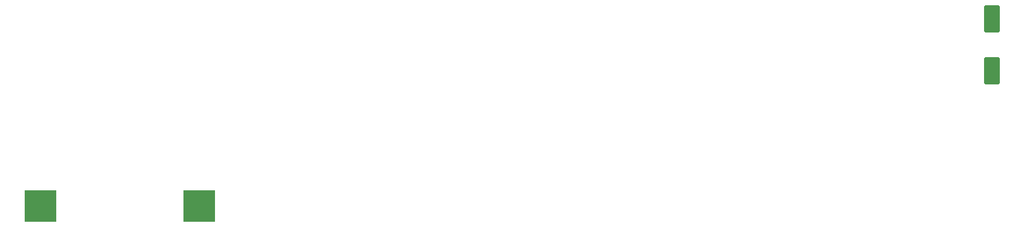
<source format=gbp>
%TF.GenerationSoftware,KiCad,Pcbnew,(6.0.0)*%
%TF.CreationDate,2022-08-27T11:05:42-04:00*%
%TF.ProjectId,VFD GPS Clock,56464420-4750-4532-9043-6c6f636b2e6b,rev?*%
%TF.SameCoordinates,Original*%
%TF.FileFunction,Paste,Bot*%
%TF.FilePolarity,Positive*%
%FSLAX46Y46*%
G04 Gerber Fmt 4.6, Leading zero omitted, Abs format (unit mm)*
G04 Created by KiCad (PCBNEW (6.0.0)) date 2022-08-27 11:05:42*
%MOMM*%
%LPD*%
G01*
G04 APERTURE LIST*
G04 Aperture macros list*
%AMRoundRect*
0 Rectangle with rounded corners*
0 $1 Rounding radius*
0 $2 $3 $4 $5 $6 $7 $8 $9 X,Y pos of 4 corners*
0 Add a 4 corners polygon primitive as box body*
4,1,4,$2,$3,$4,$5,$6,$7,$8,$9,$2,$3,0*
0 Add four circle primitives for the rounded corners*
1,1,$1+$1,$2,$3*
1,1,$1+$1,$4,$5*
1,1,$1+$1,$6,$7*
1,1,$1+$1,$8,$9*
0 Add four rect primitives between the rounded corners*
20,1,$1+$1,$2,$3,$4,$5,0*
20,1,$1+$1,$4,$5,$6,$7,0*
20,1,$1+$1,$6,$7,$8,$9,0*
20,1,$1+$1,$8,$9,$2,$3,0*%
G04 Aperture macros list end*
%ADD10R,5.100000X5.100000*%
%ADD11RoundRect,0.250000X1.000000X-1.950000X1.000000X1.950000X-1.000000X1.950000X-1.000000X-1.950000X0*%
G04 APERTURE END LIST*
D10*
%TO.C,BT1*%
X65475000Y-133676244D03*
X91075000Y-133676244D03*
%TD*%
D11*
%TO.C,C1*%
X218800000Y-111900000D03*
X218800000Y-103500000D03*
%TD*%
M02*

</source>
